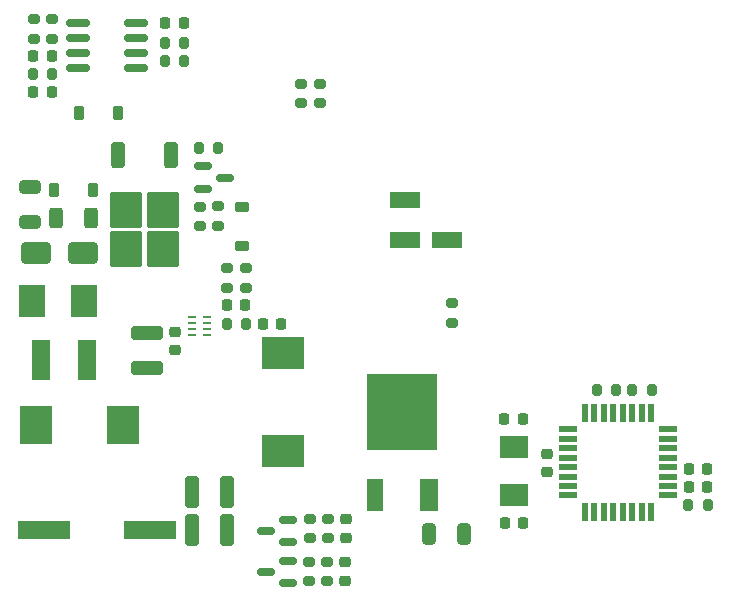
<source format=gtp>
G04 #@! TF.GenerationSoftware,KiCad,Pcbnew,7.0.9*
G04 #@! TF.CreationDate,2024-10-07T21:29:26-04:00*
G04 #@! TF.ProjectId,T12 soldering station V12,54313220-736f-46c6-9465-72696e672073,rev?*
G04 #@! TF.SameCoordinates,Original*
G04 #@! TF.FileFunction,Paste,Top*
G04 #@! TF.FilePolarity,Positive*
%FSLAX46Y46*%
G04 Gerber Fmt 4.6, Leading zero omitted, Abs format (unit mm)*
G04 Created by KiCad (PCBNEW 7.0.9) date 2024-10-07 21:29:26*
%MOMM*%
%LPD*%
G01*
G04 APERTURE LIST*
G04 Aperture macros list*
%AMRoundRect*
0 Rectangle with rounded corners*
0 $1 Rounding radius*
0 $2 $3 $4 $5 $6 $7 $8 $9 X,Y pos of 4 corners*
0 Add a 4 corners polygon primitive as box body*
4,1,4,$2,$3,$4,$5,$6,$7,$8,$9,$2,$3,0*
0 Add four circle primitives for the rounded corners*
1,1,$1+$1,$2,$3*
1,1,$1+$1,$4,$5*
1,1,$1+$1,$6,$7*
1,1,$1+$1,$8,$9*
0 Add four rect primitives between the rounded corners*
20,1,$1+$1,$2,$3,$4,$5,0*
20,1,$1+$1,$4,$5,$6,$7,0*
20,1,$1+$1,$6,$7,$8,$9,0*
20,1,$1+$1,$8,$9,$2,$3,0*%
G04 Aperture macros list end*
%ADD10RoundRect,0.250000X-0.312500X-0.625000X0.312500X-0.625000X0.312500X0.625000X-0.312500X0.625000X0*%
%ADD11R,0.680000X0.280000*%
%ADD12RoundRect,0.200000X0.200000X0.275000X-0.200000X0.275000X-0.200000X-0.275000X0.200000X-0.275000X0*%
%ADD13R,2.500000X1.400000*%
%ADD14RoundRect,0.200000X0.275000X-0.200000X0.275000X0.200000X-0.275000X0.200000X-0.275000X-0.200000X0*%
%ADD15RoundRect,0.225000X-0.250000X0.225000X-0.250000X-0.225000X0.250000X-0.225000X0.250000X0.225000X0*%
%ADD16RoundRect,0.250000X-0.350000X0.850000X-0.350000X-0.850000X0.350000X-0.850000X0.350000X0.850000X0*%
%ADD17RoundRect,0.250000X-1.125000X1.275000X-1.125000X-1.275000X1.125000X-1.275000X1.125000X1.275000X0*%
%ADD18R,1.500000X0.550000*%
%ADD19R,0.550000X1.500000*%
%ADD20R,2.700000X3.300000*%
%ADD21RoundRect,0.225000X-0.225000X-0.250000X0.225000X-0.250000X0.225000X0.250000X-0.225000X0.250000X0*%
%ADD22RoundRect,0.200000X-0.275000X0.200000X-0.275000X-0.200000X0.275000X-0.200000X0.275000X0.200000X0*%
%ADD23RoundRect,0.150000X0.587500X0.150000X-0.587500X0.150000X-0.587500X-0.150000X0.587500X-0.150000X0*%
%ADD24RoundRect,0.200000X-0.200000X-0.275000X0.200000X-0.275000X0.200000X0.275000X-0.200000X0.275000X0*%
%ADD25RoundRect,0.250000X0.325000X1.100000X-0.325000X1.100000X-0.325000X-1.100000X0.325000X-1.100000X0*%
%ADD26RoundRect,0.150000X-0.825000X-0.150000X0.825000X-0.150000X0.825000X0.150000X-0.825000X0.150000X0*%
%ADD27RoundRect,0.250000X0.325000X0.650000X-0.325000X0.650000X-0.325000X-0.650000X0.325000X-0.650000X0*%
%ADD28RoundRect,0.225000X0.225000X0.250000X-0.225000X0.250000X-0.225000X-0.250000X0.225000X-0.250000X0*%
%ADD29RoundRect,0.250000X1.000000X0.650000X-1.000000X0.650000X-1.000000X-0.650000X1.000000X-0.650000X0*%
%ADD30RoundRect,0.250000X0.650000X-0.325000X0.650000X0.325000X-0.650000X0.325000X-0.650000X-0.325000X0*%
%ADD31R,4.500000X1.650000*%
%ADD32R,1.350000X2.800000*%
%ADD33R,1.500000X2.800000*%
%ADD34R,6.000000X6.500000*%
%ADD35R,2.400000X1.900000*%
%ADD36R,1.649000X3.500000*%
%ADD37R,2.160000X2.740000*%
%ADD38RoundRect,0.225000X-0.375000X0.225000X-0.375000X-0.225000X0.375000X-0.225000X0.375000X0.225000X0*%
%ADD39R,3.600000X2.700000*%
%ADD40RoundRect,0.150000X-0.587500X-0.150000X0.587500X-0.150000X0.587500X0.150000X-0.587500X0.150000X0*%
%ADD41RoundRect,0.225000X0.225000X0.375000X-0.225000X0.375000X-0.225000X-0.375000X0.225000X-0.375000X0*%
%ADD42RoundRect,0.250000X-1.100000X0.325000X-1.100000X-0.325000X1.100000X-0.325000X1.100000X0.325000X0*%
G04 APERTURE END LIST*
D10*
X74407300Y-109093000D03*
X77332300Y-109093000D03*
D11*
X85912000Y-117522000D03*
X85912000Y-118022000D03*
X85912000Y-118522000D03*
X85912000Y-119022000D03*
X87192000Y-119022000D03*
X87192000Y-118522000D03*
X87192000Y-118022000D03*
X87192000Y-117522000D03*
D12*
X88122500Y-103134200D03*
X86472500Y-103134200D03*
D13*
X103936800Y-110998000D03*
X107492800Y-110998000D03*
X103936800Y-107594400D03*
D14*
X88875400Y-115024200D03*
X88875400Y-113374200D03*
D15*
X98907600Y-134607000D03*
X98907600Y-136157000D03*
D16*
X84144200Y-103775400D03*
D17*
X83389200Y-108400400D03*
X80339200Y-108400400D03*
X83389200Y-111750400D03*
X80339200Y-111750400D03*
D16*
X79584200Y-103775400D03*
D15*
X84442000Y-118747000D03*
X84442000Y-120297000D03*
D18*
X117761800Y-126988000D03*
X117761800Y-127788000D03*
X117761800Y-128588000D03*
X117761800Y-129388000D03*
X117761800Y-130188000D03*
X117761800Y-130988000D03*
X117761800Y-131788000D03*
X117761800Y-132588000D03*
D19*
X119161800Y-133988000D03*
X119961800Y-133988000D03*
X120761800Y-133988000D03*
X121561800Y-133988000D03*
X122361800Y-133988000D03*
X123161800Y-133988000D03*
X123961800Y-133988000D03*
X124761800Y-133988000D03*
D18*
X126161800Y-132588000D03*
X126161800Y-131788000D03*
X126161800Y-130988000D03*
X126161800Y-130188000D03*
X126161800Y-129388000D03*
X126161800Y-128588000D03*
X126161800Y-127788000D03*
X126161800Y-126988000D03*
D19*
X124761800Y-125588000D03*
X123961800Y-125588000D03*
X123161800Y-125588000D03*
X122361800Y-125588000D03*
X121561800Y-125588000D03*
X120761800Y-125588000D03*
X119961800Y-125588000D03*
X119161800Y-125588000D03*
D20*
X80067800Y-126619000D03*
X72687800Y-126619000D03*
D21*
X112331200Y-126100400D03*
X113881200Y-126100400D03*
X88862400Y-116485200D03*
X90412400Y-116485200D03*
X112382000Y-134939600D03*
X113932000Y-134939600D03*
D12*
X85229200Y-95783400D03*
X83579200Y-95783400D03*
D22*
X97383600Y-134557000D03*
X97383600Y-136207000D03*
D21*
X91910400Y-118060000D03*
X93460400Y-118060000D03*
D23*
X94028500Y-140015000D03*
X94028500Y-138115000D03*
X92153500Y-139065000D03*
D24*
X123177800Y-123698000D03*
X124827800Y-123698000D03*
D25*
X88865000Y-132284000D03*
X85915000Y-132284000D03*
D26*
X76214200Y-92608400D03*
X76214200Y-93878400D03*
X76214200Y-95148400D03*
X76214200Y-96418400D03*
X81164200Y-96418400D03*
X81164200Y-95148400D03*
X81164200Y-93878400D03*
X81164200Y-92608400D03*
D22*
X96697800Y-97727000D03*
X96697800Y-99377000D03*
D27*
X108917000Y-135890000D03*
X105967000Y-135890000D03*
D28*
X73990200Y-98450400D03*
X72440200Y-98450400D03*
D14*
X97337800Y-139854050D03*
X97337800Y-138204050D03*
D12*
X129552200Y-133375400D03*
X127902200Y-133375400D03*
D14*
X95123000Y-99377000D03*
X95123000Y-97727000D03*
X88110300Y-109775800D03*
X88110300Y-108125800D03*
D22*
X90450200Y-113374200D03*
X90450200Y-115024200D03*
D29*
X76676000Y-112090200D03*
X72676000Y-112090200D03*
D15*
X115925600Y-129044400D03*
X115925600Y-130594400D03*
D24*
X88812400Y-118060000D03*
X90462400Y-118060000D03*
D14*
X95813800Y-139854050D03*
X95813800Y-138204050D03*
D28*
X85166200Y-92608400D03*
X83616200Y-92608400D03*
D30*
X72186800Y-109399600D03*
X72186800Y-106449600D03*
D22*
X107924600Y-116332000D03*
X107924600Y-117982000D03*
D25*
X88865000Y-135548000D03*
X85915000Y-135548000D03*
D21*
X72453200Y-95377000D03*
X74003200Y-95377000D03*
D28*
X129506200Y-131845400D03*
X127956200Y-131845400D03*
D24*
X72391000Y-96926400D03*
X74041000Y-96926400D03*
D14*
X95859600Y-136207000D03*
X95859600Y-134557000D03*
D31*
X73351000Y-135483600D03*
X82351000Y-135483600D03*
D32*
X101342000Y-132512000D03*
D33*
X105922000Y-132512000D03*
D34*
X103652000Y-125552000D03*
D28*
X129510000Y-130330000D03*
X127960000Y-130330000D03*
D12*
X121805200Y-123698000D03*
X120155200Y-123698000D03*
D35*
X113157000Y-132588000D03*
X113157000Y-128488000D03*
D22*
X72466200Y-92266000D03*
X72466200Y-93916000D03*
D36*
X73087500Y-121081800D03*
X77026500Y-121081800D03*
D22*
X73990200Y-92266000D03*
X73990200Y-93916000D03*
D23*
X94053900Y-136560600D03*
X94053900Y-134660600D03*
X92178900Y-135610600D03*
D37*
X72339000Y-116154200D03*
X76759000Y-116154200D03*
D12*
X85229200Y-94259400D03*
X83579200Y-94259400D03*
D38*
X90091500Y-108164400D03*
X90091500Y-111464400D03*
D39*
X93599800Y-120549200D03*
X93599800Y-128849200D03*
D15*
X98872000Y-138241500D03*
X98872000Y-139791500D03*
D40*
X86817200Y-104724200D03*
X86817200Y-106624200D03*
X88692200Y-105674200D03*
D41*
X79653400Y-100203000D03*
X76353400Y-100203000D03*
D14*
X86563200Y-109791000D03*
X86563200Y-108141000D03*
D41*
X77519800Y-106705400D03*
X74219800Y-106705400D03*
D42*
X82042000Y-118872000D03*
X82042000Y-121822000D03*
M02*

</source>
